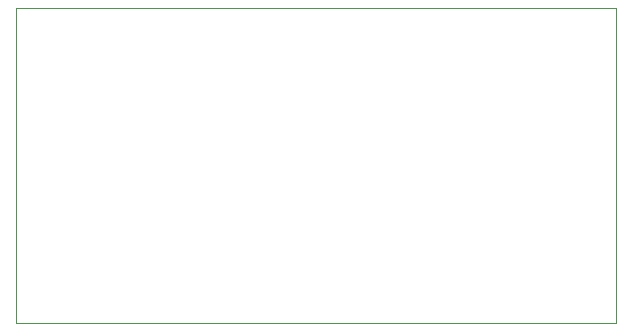
<source format=gbr>
G04 #@! TF.FileFunction,Profile,NP*
%FSLAX46Y46*%
G04 Gerber Fmt 4.6, Leading zero omitted, Abs format (unit mm)*
G04 Created by KiCad (PCBNEW 4.0.7) date 05/24/18 12:52:19*
%MOMM*%
%LPD*%
G01*
G04 APERTURE LIST*
%ADD10C,0.100000*%
G04 APERTURE END LIST*
D10*
X118110000Y-99695000D02*
X118110000Y-73025000D01*
X168910000Y-99695000D02*
X168910000Y-73025000D01*
X118110000Y-99695000D02*
X168910000Y-99695000D01*
X118110000Y-73025000D02*
X168910000Y-73025000D01*
M02*

</source>
